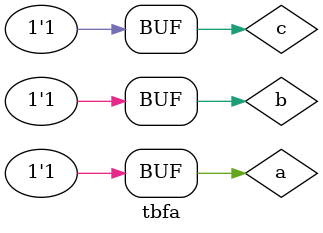
<source format=v>
module fa (a,b,c,s,c_out);
input a,b,c;
output s,c_out;
wire s1,s2,s3,s4;
wire a_n,b_n,c_n; 
wire c1,c2,c3;

not (a_n,a);
not (b_n,b);
not (c_n,c);

and(s1,a,b,c);
and(s2,a_n,b,c_n);
and(s3,a_n,b_n,c);
and(s4,a,b_n,c_n);
and(c1,a,b);
and(c2,b,c);
and(c3,a,c);

or(s,s1,s2,s3,s4);
or(c_out,c1,c2,c3);

endmodule

module tbfa;
reg a,b,c;
wire s,c_o;

fa w0(a,b,c,s,c_o);
initial begin 
a=0;
b=0;
c=0;
$strobe($time,"a=%0b, b=%0b, c=%0b, s=%0b, c_out=%0b",a,b,c,s,c_o);
#10;
a=0;
b=0;
c=1;
$strobe($time,"a=%0b, b=%0b, c=%0b, s=%0b, c_out=%0b",a,b,c,s,c_o);
#10;
a=0;
b=1;
c=0;
$strobe($time,"a=%0b, b=%0b, c=%0b, s=%0b, c_out=%0b",a,b,c,s,c_o);
#10;
a=0;
b=1;
c=1;
$strobe($time,"a=%0b, b=%0b, c=%0b, s=%0b, c_out=%0b",a,b,c,s,c_o);
#10;
a=1;
b=0;
c=0;
$strobe($time,"a=%0b, b=%0b, c=%0b, s=%0b, c_out=%0b",a,b,c,s,c_o);
#10;
a=1;
b=0;
c=1;
$strobe($time,"a=%0b, b=%0b, c=%0b, s=%0b, c_out=%0b",a,b,c,s,c_o);
#10;
a=1;
b=1;
c=0;
$strobe($time,"a=%0b, b=%0b, c=%0b, s=%0b, c_out=%0b",a,b,c,s,c_o);
#10;
a=1;
b=1;
c=1;
  $strobe($time,"a=%0b, b=%0b, c=%0b, s=%0b, c_out=%0b",a,b,c,s,c_o);
end
endmodule

</source>
